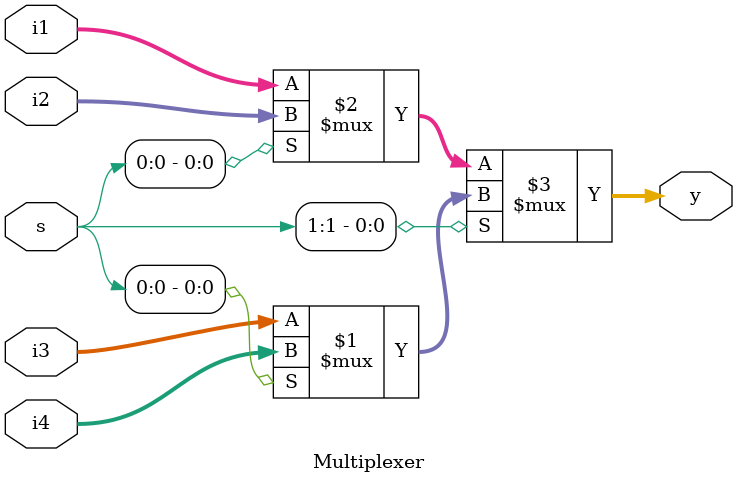
<source format=v>
`timescale 1ns / 1ps


module Multiplexer(input [3:0] i1, i2, i3, i4, input[1:0] s,
                   output [3:0] y);

 assign y = s[1] ? (s[0] ? i4 : i3) : (s[0] ? i2 : i1);   
endmodule

</source>
